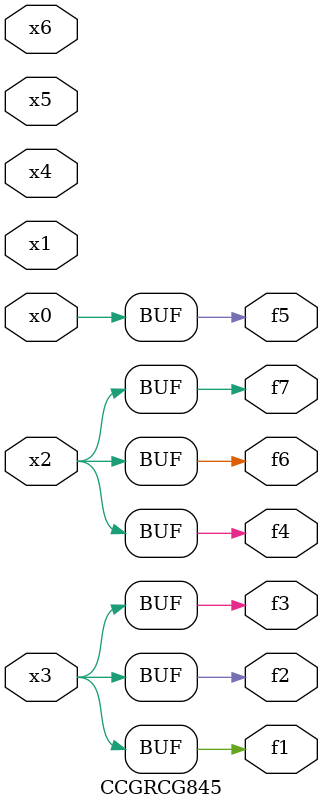
<source format=v>
module CCGRCG845(
	input x0, x1, x2, x3, x4, x5, x6,
	output f1, f2, f3, f4, f5, f6, f7
);
	assign f1 = x3;
	assign f2 = x3;
	assign f3 = x3;
	assign f4 = x2;
	assign f5 = x0;
	assign f6 = x2;
	assign f7 = x2;
endmodule

</source>
